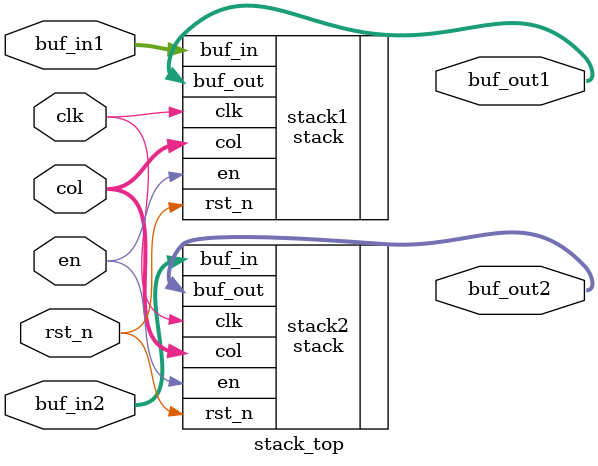
<source format=v>
`include "para.v"

module stack_top(
	input			clk,
	input			rst_n,
	input			en,
	input	[8:0]	col,
	input	[7:0]	buf_in1,
	input 	[7:0]	buf_in2,
	output	[7:0]	buf_out1,
	output	[7:0]	buf_out2
);

stack stack1(
	.clk(clk),
	.rst_n(rst_n),
	.en(en),
	.col(col),
	.buf_in(buf_in1),
	.buf_out(buf_out1)
);

stack stack2(
	.clk(clk),
	.rst_n(rst_n),
	.en(en),
	.col(col),
	.buf_in(buf_in2),
	.buf_out(buf_out2)
);

endmodule
</source>
